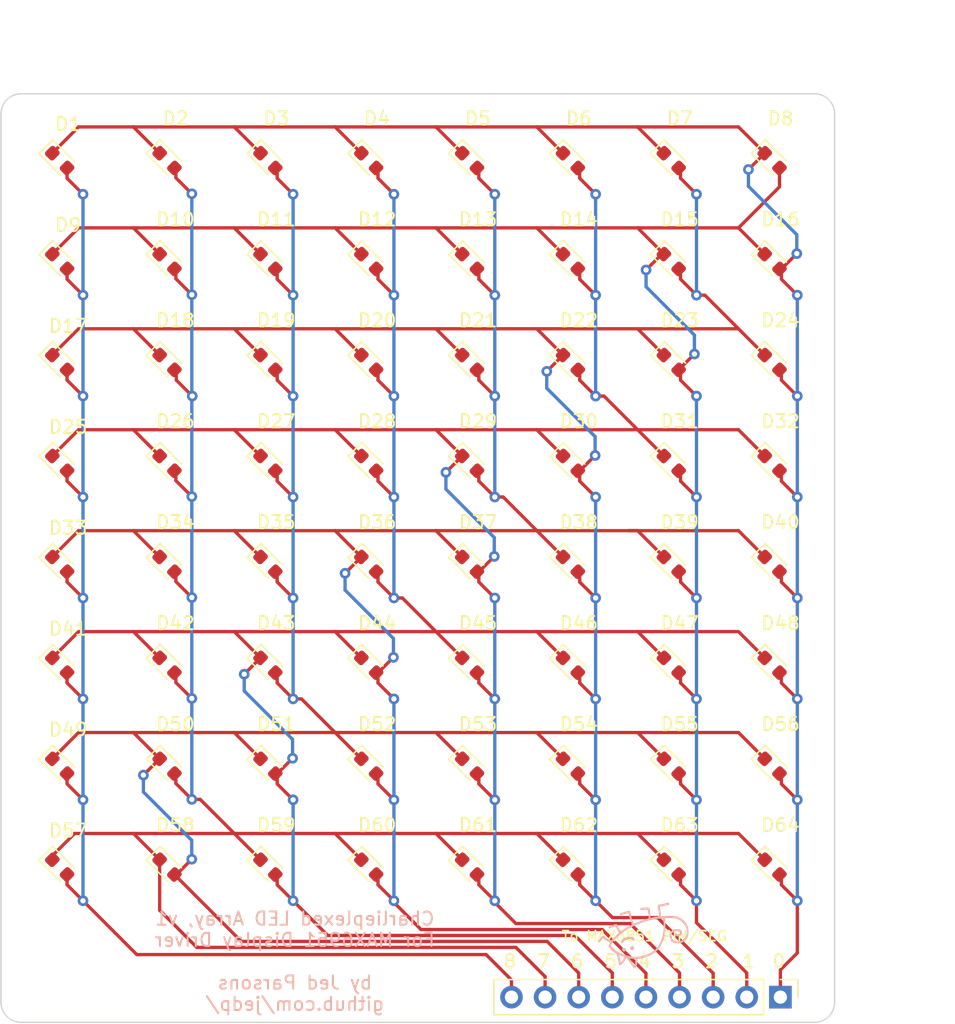
<source format=kicad_pcb>
(kicad_pcb (version 20211014) (generator pcbnew)
  (layers (0 "F.Cu" signal) (31 "B.Cu" signal) (34 "B.Paste" user) (35 "F.Paste" user) (36 "B.SilkS" user "B.Silkscreen") (37 "F.SilkS" user "F.Silkscreen") (38 "B.Mask" user) (39 "F.Mask" user) (44 "Edge.Cuts" user))
  (net 0 "")
  (net 1 "SEG8")
  (net 2 "CC2")
  (net 3 "CC1")
  (net 4 "CC0")
  (net 5 "CC7")
  (net 6 "CC6")
  (net 7 "CC4")
  (net 8 "CC3")
  (net 9 "CC5")
  (footprint "LED_SMD:LED_0603_1608Metric" (layer "F.Cu") (at 160.882898 92.419898 -45)
    (fp_text reference "D30")
    (fp_text value "LED_Small" hide)
  )
  (footprint "LED_SMD:LED_0603_1608Metric" (layer "F.Cu") (at 138.022898 92.419898 -45)
    (fp_text reference "D27")
    (fp_text value "LED_Small" hide)
  )
  (footprint "LED_SMD:LED_0603_1608Metric" (layer "F.Cu") (at 145.642898 84.799898 -45)
    (fp_text reference "D20")
    (fp_text value "LED_Small" hide)
  )
  (footprint "LED_SMD:LED_0603_1608Metric" (layer "F.Cu") (at 145.642898 122.899898 -45)
    (fp_text reference "D60")
    (fp_text value "LED_Small" hide)
  )
  (footprint "LED_SMD:LED_0603_1608Metric" (layer "F.Cu") (at 122.29171 100.039898 -45)
    (fp_text reference "D33")
    (fp_text value "LED_Small" hide)
  )
  (footprint "LED_SMD:LED_0603_1608Metric" (layer "F.Cu") (at 160.882898 84.799898 -45)
    (fp_text reference "D22")
    (fp_text value "LED_Small" hide)
  )
  (footprint "LED_SMD:LED_0603_1608Metric" (layer "F.Cu") (at 138.022898 115.279898 -45)
    (fp_text reference "D51")
    (fp_text value "LED_Small" hide)
  )
  (footprint "LED_SMD:LED_0603_1608Metric" (layer "F.Cu") (at 176.122898 84.799898 -45)
    (fp_text reference "D24")
    (fp_text value "LED_Small" hide)
  )
  (footprint "LED_SMD:LED_0603_1608Metric" (layer "F.Cu") (at 138.022898 122.899898 -45)
    (fp_text reference "D59")
    (fp_text value "LED_Small" hide)
  )
  (footprint "LED_SMD:LED_0603_1608Metric" (layer "F.Cu") (at 145.642898 92.419898 -45)
    (fp_text reference "D28")
    (fp_text value "LED_Small" hide)
  )
  (footprint "LED_SMD:LED_0603_1608Metric" (layer "F.Cu") (at 153.262898 77.179898 -45)
    (fp_text reference "D13")
    (fp_text value "LED_Small" hide)
  )
  (footprint "LED_SMD:LED_0603_1608Metric" (layer "F.Cu") (at 153.262898 84.799898 -45)
    (fp_text reference "D21")
    (fp_text value "LED_Small" hide)
  )
  (footprint "LED_SMD:LED_0603_1608Metric" (layer "F.Cu") (at 122.29171 77.179898 -45)
    (fp_text reference "D9")
    (fp_text value "LED_Small" hide)
  )
  (footprint "LED_SMD:LED_0603_1608Metric" (layer "F.Cu") (at 130.402898 107.659898 -45)
    (fp_text reference "D42")
    (fp_text value "LED_Small" hide)
  )
  (footprint "LED_SMD:LED_0603_1608Metric" (layer "F.Cu") (at 130.402898 100.039898 -45)
    (fp_text reference "D34")
    (fp_text value "LED_Small" hide)
  )
  (footprint "LED_SMD:LED_0603_1608Metric" (layer "F.Cu") (at 168.502898 107.659898 -45)
    (fp_text reference "D47")
    (fp_text value "LED_Small" hide)
  )
  (footprint "LED_SMD:LED_0603_1608Metric" (layer "F.Cu") (at 168.502898 92.419898 -45)
    (fp_text reference "D31")
    (fp_text value "LED_Small" hide)
  )
  (footprint "LED_SMD:LED_0603_1608Metric" (layer "F.Cu") (at 160.882898 115.279898 -45)
    (fp_text reference "D54")
    (fp_text value "LED_Small" hide)
  )
  (footprint "LED_SMD:LED_0603_1608Metric" (layer "F.Cu") (at 122.29171 92.419898 -45)
    (fp_text reference "D25")
    (fp_text value "LED_Small" hide)
  )
  (footprint "LED_SMD:LED_0603_1608Metric" (layer "F.Cu") (at 122.29171 107.659898 -45)
    (fp_text reference "D41")
    (fp_text value "LED_Small" hide)
  )
  (footprint "LED_SMD:LED_0603_1608Metric" (layer "F.Cu") (at 122.29171 69.559898 -45)
    (fp_text reference "D1")
    (fp_text value "LED_Small" hide)
  )
  (footprint "LED_SMD:LED_0603_1608Metric" (layer "F.Cu") (at 153.262898 92.419898 -45)
    (fp_text reference "D29")
    (fp_text value "LED_Small" hide)
  )
  (footprint "LED_SMD:LED_0603_1608Metric" (layer "F.Cu") (at 145.642898 115.279898 -45)
    (fp_text reference "D52")
    (fp_text value "LED_Small" hide)
  )
  (footprint "LED_SMD:LED_0603_1608Metric" (layer "F.Cu") (at 160.882898 100.039898 -45)
    (fp_text reference "D38")
    (fp_text value "LED_Small" hide)
  )
  (footprint "LED_SMD:LED_0603_1608Metric" (layer "F.Cu") (at 153.262898 69.559898 -45)
    (fp_text reference "D5")
    (fp_text value "LED_Small" hide)
  )
  (footprint "LED_SMD:LED_0603_1608Metric" (layer "F.Cu") (at 176.122898 92.419898 -45)
    (fp_text reference "D32")
    (fp_text value "LED_Small" hide)
  )
  (footprint "LED_SMD:LED_0603_1608Metric" (layer "F.Cu") (at 130.402898 84.799898 -45)
    (fp_text reference "D18")
    (fp_text value "LED_Small" hide)
  )
  (footprint "LED_SMD:LED_0603_1608Metric" (layer "F.Cu") (at 168.502898 115.279898 -45)
    (fp_text reference "D55")
    (fp_text value "LED_Small" hide)
  )
  (footprint "LED_SMD:LED_0603_1608Metric" (layer "F.Cu") (at 145.642898 100.039898 -45)
    (fp_text reference "D36")
    (fp_text value "LED_Small" hide)
  )
  (footprint "LED_SMD:LED_0603_1608Metric" (layer "F.Cu") (at 138.022898 69.559898 -45)
    (fp_text reference "D3")
    (fp_text value "LED_Small" hide)
  )
  (footprint "LED_SMD:LED_0603_1608Metric" (layer "F.Cu") (at 176.122898 115.279898 -45)
    (fp_text reference "D56")
    (fp_text value "LED_Small" hide)
  )
  (footprint "LED_SMD:LED_0603_1608Metric" (layer "F.Cu") (at 168.502898 77.179898 -45)
    (fp_text reference "D15")
    (fp_text value "LED_Small" hide)
  )
  (footprint "LED_SMD:LED_0603_1608Metric" (layer "F.Cu") (at 138.022898 100.039898 -45)
    (fp_text reference "D35")
    (fp_text value "LED_Small" hide)
  )
  (footprint "LED_SMD:LED_0603_1608Metric" (layer "F.Cu") (at 138.022898 84.799898 -45)
    (fp_text reference "D19")
    (fp_text value "LED_Small" hide)
  )
  (footprint "LED_SMD:LED_0603_1608Metric" (layer "F.Cu") (at 145.642898 77.179898 -45)
    (fp_text reference "D12")
    (fp_text value "LED_Small" hide)
  )
  (footprint "LED_SMD:LED_0603_1608Metric" (layer "F.Cu") (at 160.882898 122.899898 -45)
    (fp_text reference "D62")
    (fp_text value "LED_Small" hide)
  )
  (footprint "LED_SMD:LED_0603_1608Metric" (layer "F.Cu") (at 176.122898 122.899898 -45)
    (fp_text reference "D64")
    (fp_text value "LED_Small" hide)
  )
  (footprint "LED_SMD:LED_0603_1608Metric" (layer "F.Cu") (at 176.122898 77.179898 -45)
    (fp_text reference "D16")
    (fp_text value "LED_Small" hide)
  )
  (footprint "LED_SMD:LED_0603_1608Metric" (layer "F.Cu") (at 130.402898 92.419898 -45)
    (fp_text reference "D26")
    (fp_text value "LED_Small" hide)
  )
  (footprint "LED_SMD:LED_0603_1608Metric" (layer "F.Cu") (at 153.262898 115.279898 -45)
    (fp_text reference "D53")
    (fp_text value "LED_Small" hide)
  )
  (footprint "LED_SMD:LED_0603_1608Metric" (layer "F.Cu") (at 160.882898 77.179898 -45)
    (fp_text reference "D14")
    (fp_text value "LED_Small" hide)
  )
  (footprint "LED_SMD:LED_0603_1608Metric" (layer "F.Cu") (at 153.262898 107.659898 -45)
    (fp_text reference "D45")
    (fp_text value "LED_Small" hide)
  )
  (footprint "LED_SMD:LED_0603_1608Metric" (layer "F.Cu") (at 122.29171 115.279898 -45)
    (fp_text reference "D49")
    (fp_text value "LED_Small" hide)
  )
  (footprint "LED_SMD:LED_0603_1608Metric" (layer "F.Cu") (at 130.402898 122.899898 -45)
    (fp_text reference "D58")
    (fp_text value "LED_Small" hide)
  )
  (footprint "LED_SMD:LED_0603_1608Metric" (layer "F.Cu") (at 176.122898 107.659898 -45)
    (fp_text reference "D48")
    (fp_text value "LED_Small" hide)
  )
  (footprint "LED_SMD:LED_0603_1608Metric" (layer "F.Cu") (at 168.502898 69.559898 -45)
    (fp_text reference "D7")
    (fp_text value "LED_Small" hide)
  )
  (footprint "LED_SMD:LED_0603_1608Metric" (layer "F.Cu") (at 130.402898 69.559898 -45)
    (fp_text reference "D2")
    (fp_text value "LED_Small" hide)
  )
  (footprint "LED_SMD:LED_0603_1608Metric" (layer "F.Cu") (at 160.882898 107.659898 -45)
    (fp_text reference "D46")
    (fp_text value "LED_Small" hide)
  )
  (footprint "LED_SMD:LED_0603_1608Metric" (layer "F.Cu") (at 138.022898 107.659898 -45)
    (fp_text reference "D43")
    (fp_text value "LED_Small" hide)
  )
  (footprint "LED_SMD:LED_0603_1608Metric" (layer "F.Cu") (at 130.402898 115.279898 -45)
    (fp_text reference "D50")
    (fp_text value "LED_Small" hide)
  )
  (footprint "LED_SMD:LED_0603_1608Metric" (layer "F.Cu") (at 160.882898 69.559898 -45)
    (fp_text reference "D6")
    (fp_text value "LED_Small" hide)
  )
  (footprint "LED_SMD:LED_0603_1608Metric" (layer "F.Cu") (at 176.122898 69.559898 -45)
    (fp_text reference "D8")
    (fp_text value "LED_Small" hide)
  )
  (footprint "LED_SMD:LED_0603_1608Metric" (layer "F.Cu") (at 168.502898 122.899898 -45)
    (fp_text reference "D63")
    (fp_text value "LED_Small" hide)
  )
  (footprint "LED_SMD:LED_0603_1608Metric" (layer "F.Cu") (at 168.502898 84.799898 -45)
    (fp_text reference "D23")
    (fp_text value "LED_Small" hide)
  )
  (footprint "Connector_PinHeader_2.54mm:PinHeader_1x09_P2.54mm_Vertical" (layer "F.Cu") (at 176.747898 132.715 -90)
    (fp_text reference "J1" hide)
    (fp_text value "Conn_01x09_Female")
  )
  (footprint "LED_SMD:LED_0603_1608Metric" (layer "F.Cu") (at 153.262898 122.899898 -45)
    (fp_text reference "D61")
    (fp_text value "LED_Small" hide)
  )
  (footprint "LED_SMD:LED_0603_1608Metric" (layer "F.Cu") (at 130.402898 77.179898 -45)
    (fp_text reference "D10")
    (fp_text value "LED_Small" hide)
  )
  (footprint "LED_SMD:LED_0603_1608Metric" (layer "F.Cu") (at 145.642898 69.559898 -45)
    (fp_text reference "D4")
    (fp_text value "LED_Small" hide)
  )
  (footprint "LED_SMD:LED_0603_1608Metric" (layer "F.Cu") (at 122.29171 84.799898 -45)
    (fp_text reference "D17")
    (fp_text value "LED_Small" hide)
  )
  (footprint "LED_SMD:LED_0603_1608Metric" (layer "F.Cu") (at 153.262898 100.039898 -45)
    (fp_text reference "D37")
    (fp_text value "LED_Small" hide)
  )
  (footprint "LED_SMD:LED_0603_1608Metric" (layer "F.Cu") (at 122.29171 122.899898 -45)
    (fp_text reference "D57")
    (fp_text value "LED_Small" hide)
  )
  (footprint "LED_SMD:LED_0603_1608Metric" (layer "F.Cu") (at 168.502898 100.039898 -45)
    (fp_text reference "D39")
    (fp_text value "LED_Small" hide)
  )
  (footprint "LED_SMD:LED_0603_1608Metric" (layer "F.Cu") (at 176.122898 100.039898 -45)
    (fp_text reference "D40")
    (fp_text value "LED_Small" hide)
  )
  (footprint "LED_SMD:LED_0603_1608Metric" (layer "F.Cu") (at 145.642898 107.659898 -45)
    (fp_text reference "D44")
    (fp_text value "LED_Small" hide)
  )
  (footprint "LED_SMD:LED_0603_1608Metric" (layer "F.Cu") (at 138.022898 77.179898 -45)
    (fp_text reference "D11")
    (fp_text value "LED_Small" hide)
  )
  (footprint "LOGO" (layer "B.Cu") (at 166.470898 127.979898)
    (fp_text reference "G***" hide)
    (fp_text value "LOGO" hide)
  )
  (gr_line (start 119.38 64.516) (end 179.324 64.516) (layer "Edge.Cuts") (width 0.1))
  (gr_arc (start 117.856 66.04) (mid 118.302369 64.962369) (end 119.38 64.516) (layer "Edge.Cuts") (width 0.1))
  (gr_arc (start 180.848 133.096) (mid 180.401631 134.173631) (end 179.324 134.62) (layer "Edge.Cuts") (width 0.1))
  (gr_line (start 117.856 133.096) (end 117.856 66.04) (layer "Edge.Cuts") (width 0.1))
  (gr_arc (start 119.38 134.62) (mid 118.302369 134.173631) (end 117.856 133.096) (layer "Edge.Cuts") (width 0.1))
  (gr_line (start 179.324 134.62) (end 119.38 134.62) (layer "Edge.Cuts") (width 0.1))
  (gr_arc (start 179.324 64.516) (mid 180.401631 64.962369) (end 180.848 66.04) (layer "Edge.Cuts") (width 0.1))
  (gr_line (start 180.848 66.04) (end 180.848 133.096) (layer "Edge.Cuts") (width 0.1))
  (gr_text "Charlieplexed LED Array, v1\nFor MAX6951 Display Driver\n\nby Jed Parsons\ngithub.com/jedp/" (at 140.054898 130.011898) (layer "B.SilkS") (effects (font (size 1 1)) (justify mirror)))
  (gr_text "7" (at 158.850898 130.011898) (layer "F.SilkS") (effects (font (size 1 1))))
  (gr_text "2" (at 171.550898 130.011898) (layer "F.SilkS") (effects (font (size 1 1))))
  (gr_text "To MAX6851 PIN/SEG" (at 166.470898 128.106898) (layer "F.SilkS") (effects (font (size 0.762 0.762) (thickness 0.127))))
  (gr_text "3" (at 169.010898 130.011898) (layer "F.SilkS") (effects (font (size 1 1))))
  (gr_text "5" (at 163.930898 130.011898) (layer "F.SilkS") (effects (font (size 1 1))))
  (gr_text "1" (at 174.344898 130.011898) (layer "F.SilkS") (effects (font (size 1 1))))
  (gr_text "0" (at 176.630898 130.011898) (layer "F.SilkS") (effects (font (size 1 1))))
  (gr_text "4" (at 166.470898 130.011898) (layer "F.SilkS") (effects (font (size 1 1))))
  (gr_text "6" (at 161.390898 130.011898) (layer "F.SilkS") (effects (font (size 1 1))))
  (gr_text "8" (at 156.310898 130.011898) (layer "F.SilkS") (effects (font (size 1 1))))
  (segment (start 122.848557 77.736745) (end 122.848557 78.515557) (width 0.25) (layer "F.Cu") (net 1))
  (segment (start 122.848557 70.895557) (end 124.052898 72.099898) (width 0.25) (layer "F.Cu") (net 1))
  (segment (start 122.848557 108.995557) (end 124.052898 110.199898) (width 0.25) (layer "F.Cu") (net 1))
  (segment (start 156.427898 131.418898) (end 154.512898 129.503898) (width 0.25) (layer "F.Cu") (net 1))
  (segment (start 122.848557 100.596745) (end 122.848557 101.375557) (width 0.25) (layer "F.Cu") (net 1))
  (segment (start 122.848557 123.456745) (end 122.848557 124.235557) (width 0.25) (layer "F.Cu") (net 1))
  (segment (start 122.848557 108.216745) (end 122.848557 108.995557) (width 0.25) (layer "F.Cu") (net 1))
  (segment (start 156.427898 131.418898) (end 156.427898 132.715) (width 0.25) (layer "F.Cu") (net 1))
  (segment (start 122.848557 70.116745) (end 122.848557 70.895557) (width 0.25) (layer "F.Cu") (net 1))
  (segment (start 122.848557 116.615557) (end 124.052898 117.819898) (width 0.25) (layer "F.Cu") (net 1))
  (segment (start 122.848557 78.515557) (end 124.052898 79.719898) (width 0.25) (layer "F.Cu") (net 1))
  (segment (start 154.512898 129.503898) (end 128.116898 129.503898) (width 0.25) (layer "F.Cu") (net 1))
  (segment (start 122.848557 86.135557) (end 124.052898 87.339898) (width 0.25) (layer "F.Cu") (net 1))
  (segment (start 122.848557 115.622933) (end 122.848557 116.615557) (width 0.25) (layer "F.Cu") (net 1))
  (segment (start 122.848557 124.235557) (end 124.052898 125.439898) (width 0.25) (layer "F.Cu") (net 1))
  (segment (start 122.848557 92.976745) (end 122.848557 93.755557) (width 0.25) (layer "F.Cu") (net 1))
  (segment (start 122.848557 85.356745) (end 122.848557 86.135557) (width 0.25) (layer "F.Cu") (net 1))
  (segment (start 128.116898 129.503898) (end 124.052898 125.439898) (width 0.25) (layer "F.Cu") (net 1))
  (segment (start 122.848557 101.375557) (end 124.052898 102.579898) (width 0.25) (layer "F.Cu") (net 1))
  (segment (start 122.848557 93.755557) (end 124.052898 94.959898) (width 0.25) (layer "F.Cu") (net 1))
  (via (at 124.052898 72.099898) (size 0.8) (drill 0.4) (layers "F.Cu" "B.Cu") (net 1))
  (via (at 124.052898 125.439898) (size 0.8) (drill 0.4) (layers "F.Cu" "B.Cu") (net 1))
  (via (at 124.052898 117.819898) (size 0.8) (drill 0.4) (layers "F.Cu" "B.Cu") (net 1))
  (via (at 124.052898 87.339898) (size 0.8) (drill 0.4) (layers "F.Cu" "B.Cu") (net 1))
  (via (at 124.052898 79.719898) (size 0.8) (drill 0.4) (layers "F.Cu" "B.Cu") (net 1))
  (via (at 124.052898 94.959898) (size 0.8) (drill 0.4) (layers "F.Cu" "B.Cu") (net 1))
  (via (at 124.052898 102.579898) (size 0.8) (drill 0.4) (layers "F.Cu" "B.Cu") (net 1))
  (via (at 124.052898 110.199898) (size 0.8) (drill 0.4) (layers "F.Cu" "B.Cu") (net 1))
  (segment (start 124.052898 117.819898) (end 124.052898 125.439898) (width 0.25) (layer "B.Cu") (net 1))
  (segment (start 124.052898 102.579898) (end 124.052898 110.199898) (width 0.25) (layer "B.Cu") (net 1))
  (segment (start 124.052898 110.199898) (end 124.052898 117.819898) (width 0.25) (layer "B.Cu") (net 1))
  (segment (start 124.052898 72.099898) (end 124.052898 79.719898) (width 0.25) (layer "B.Cu") (net 1))
  (segment (start 124.052898 94.959898) (end 124.052898 102.579898) (width 0.25) (layer "B.Cu") (net 1))
  (segment (start 124.052898 79.719898) (end 124.052898 94.959898) (width 0.25) (layer "B.Cu") (net 1))
  (segment (start 169.203557 78.515557) (end 170.407898 79.719898) (width 0.25) (layer "F.Cu") (net 2))
  (segment (start 161.583557 116.615557) (end 162.787898 117.819898) (width 0.25) (layer "F.Cu") (net 2))
  (segment (start 127.862898 82.259898) (end 135.482898 82.259898) (width 0.25) (layer "F.Cu") (net 2))
  (segment (start 150.722898 82.259898) (end 152.706051 84.243051) (width 0.25) (layer "F.Cu") (net 2))
  (segment (start 169.203557 77.736745) (end 169.203557 78.515557) (width 0.25) (layer "F.Cu") (net 2))
  (segment (start 171.667898 130.910898) (end 171.667898 132.715) (width 0.25) (layer "F.Cu") (net 2))
  (segment (start 169.203557 70.116745) (end 169.203557 70.895557) (width 0.25) (layer "F.Cu") (net 2))
  (segment (start 161.583557 108.216745) (end 161.583557 108.995557) (width 0.25) (layer "F.Cu") (net 2))
  (segment (start 150.722898 82.259898) (end 158.342898 82.259898) (width 0.25) (layer "F.Cu") (net 2))
  (segment (start 127.862898 82.259898) (end 129.846051 84.243051) (width 0.25) (layer "F.Cu") (net 2))
  (segment (start 165.962898 82.259898) (end 167.946051 84.243051) (width 0.25) (layer "F.Cu") (net 2))
  (segment (start 161.583557 123.456745) (end 161.583557 124.235557) (width 0.25) (layer "F.Cu") (net 2))
  (segment (start 171.042898 79.719898) (end 170.407898 79.719898) (width 0.25) (layer "F.Cu") (net 2))
  (segment (start 160.286974 84.282127) (end 159.095127 85.473974) (width 0.25) (layer "F.Cu") (net 2))
  (segment (start 161.583557 108.995557) (end 162.787898 110.199898) (width 0.25) (layer "F.Cu") (net 2))
  (segment (start 169.203557 70.895557) (end 170.407898 72.099898) (width 0.25) (layer "F.Cu") (net 2))
  (segment (start 161.583557 92.976745) (end 161.583557 93.755557) (width 0.25) (layer "F.Cu") (net 2))
  (segment (start 135.482898 82.259898) (end 137.466051 84.243051) (width 0.25) (layer "F.Cu") (net 2))
  (segment (start 161.583557 101.375557) (end 162.787898 102.579898) (width 0.25) (layer "F.Cu") (net 2))
  (segment (start 173.582898 82.259898) (end 175.566051 84.243051) (width 0.25) (layer "F.Cu") (net 2))
  (segment (start 161.583557 100.596745) (end 161.583557 101.375557) (width 0.25) (layer "F.Cu") (net 2))
  (segment (start 161.583557 93.755557) (end 162.787898 94.959898) (width 0.25) (layer "F.Cu") (net 2))
  (segment (start 161.583557 115.622933) (end 161.583557 116.615557) (width 0.25) (layer "F.Cu") (net 2))
  (segment (start 135.482898 82.259898) (end 143.102898 82.259898) (width 0.25) (layer "F.Cu") (net 2))
  (segment (start 158.342898 82.259898) (end 165.962898 82.259898) (width 0.25) (layer "F.Cu") (net 2))
  (segment (start 167.466898 126.709898) (end 164.057898 126.709898) (width 0.25) (layer "F.Cu") (net 2))
  (segment (start 161.583557 124.235557) (end 162.787898 125.439898) (width 0.25) (layer "F.Cu") (net 2))
  (segment (start 173.582898 82.259898) (end 171.042898 79.719898) (width 0.25) (layer "F.Cu") (net 2))
  (segment (start 161.556974 93.015821) (end 162.748821 91.823974) (width 0.25) (layer "F.Cu") (net 2))
  (segment (start 165.962898 82.259898) (end 173.582898 82.259898) (width 0.25) (layer "F.Cu") (net 2))
  (segment (start 143.102898 82.259898) (end 145.086051 84.243051) (width 0.25) (layer "F.Cu") (net 2))
  (segment (start 121.734863 84.243051) (end 123.718016 82.259898) (width 0.25) (layer "F.Cu") (net 2))
  (segment (start 123.718016 82.259898) (end 127.862898 82.259898) (width 0.25) (layer "F.Cu") (net 2))
  (segment (start 171.667898 130.910898) (end 167.466898 126.709898) (width 0.25) (layer "F.Cu") (net 2))
  (segment (start 158.342898 82.259898) (end 160.326051 84.243051) (width 0.25) (layer "F.Cu") (net 2))
  (segment (start 143.102898 82.259898) (end 150.722898 82.259898) (width 0.25) (layer "F.Cu") (net 2))
  (segment (start 164.057898 126.709898) (end 162.787898 125.439898) (width 0.25) (layer "F.Cu") (net 2))
  (via (at 162.787898 117.819898) (size 0.8) (drill 0.4) (layers "F.Cu" "B.Cu") (net 2))
  (via (at 162.787898 94.959898) (size 0.8) (drill 0.4) (layers "F.Cu" "B.Cu") (net 2))
  (via (at 159.095127 85.473974) (size 0.8) (drill 0.4) (layers "F.Cu" "B.Cu") (net 2))
  (via (at 162.787898 102.579898) (size 0.8) (drill 0.4) (layers "F.Cu" "B.Cu") (net 2))
  (via (at 162.787898 110.199898) (size 0.8) (drill 0.4) (layers "F.Cu" "B.Cu") (net 2))
  (via (at 162.787898 125.439898) (size 0.8) (drill 0.4) (layers "F.Cu" "B.Cu") (net 2))
  (via (at 162.748821 91.823974) (size 0.8) (drill 0.4) (layers "F.Cu" "B.Cu") (net 2))
  (via (at 170.407898 79.719898) (size 0.8) (drill 0.4) (layers "F.Cu" "B.Cu") (net 2))
  (via (at 170.407898 72.099898) (size 0.8) (drill 0.4) (layers "F.Cu" "B.Cu") (net 2))
  (segment (start 170.407898 72.099898) (end 170.407898 79.719898) (width 0.25) (layer "B.Cu") (net 2))
  (segment (start 159.095127 86.743974) (end 159.095127 85.473974) (width 0.25) (layer "B.Cu") (net 2))
  (segment (start 162.748821 91.823974) (end 162.748821 90.397668) (width 0.25) (layer "B.Cu") (net 2))
  (segment (start 162.748821 90.397668) (end 159.095127 86.743974) (width 0.25) (layer "B.Cu") (net 2))
  (segment (start 162.787898 110.199898) (end 162.787898 117.819898) (width 0.25) (layer "B.Cu") (net 2))
  (segment (start 162.787898 117.819898) (end 162.787898 125.439898) (width 0.25) (layer "B.Cu") (net 2))
  (segment (start 162.787898 102.579898) (end 162.787898 110.199898) (width 0.25) (layer "B.Cu") (net 2))
  (segment (start 162.787898 94.959898) (end 162.787898 102.579898) (width 0.25) (layer "B.Cu") (net 2))
  (segment (start 127.862898 74.639898) (end 129.846051 76.623051) (width 0.25) (layer "F.Cu") (net 3))
  (segment (start 169.203557 115.622933) (end 169.203557 116.615557) (width 0.25) (layer "F.Cu") (net 3))
  (segment (start 169.203557 92.976745) (end 169.203557 93.755557) (width 0.25) (layer "F.Cu") (net 3))
  (segment (start 169.203557 108.216745) (end 169.203557 108.995557) (width 0.25) (layer "F.Cu") (net 3))
  (segment (start 169.059745 85.356745) (end 170.251592 84.164898) (width 0.25) (layer "F.Cu") (net 3))
  (segment (start 127.862898 74.639898) (end 135.482898 74.639898) (width 0.25) (layer "F.Cu") (net 3))
  (segment (start 158.342898 74.639898) (end 165.962898 74.639898) (width 0.25) (layer "F.Cu") (net 3))
  (segment (start 121.734863 76.623051) (end 123.718016 74.639898) (width 0.25) (layer "F.Cu") (net 3))
  (segment (start 169.203557 85.356745) (end 169.203557 86.135557) (width 0.25) (layer "F.Cu") (net 3))
  (segment (start 165.962898 74.639898) (end 167.946051 76.623051) (width 0.25) (layer "F.Cu") (net 3))
  (segment (start 169.203557 116.615557) (end 170.407898 117.819898) (width 0.25) (layer "F.Cu") (net 3))
  (segment (start 165.962898 74.639898) (end 173.582898 74.639898) (width 0.25) (layer "F.Cu") (net 3))
  (segment (start 174.207898 130.890898) (end 170.407898 127.090898) (width 0.25) (layer "F.Cu") (net 3))
  (segment (start 135.482898 74.639898) (end 137.466051 76.623051) (width 0.25) (layer "F.Cu") (net 3))
  (segment (start 169.203557 123.456745) (end 169.203557 124.235557) (width 0.25) (layer "F.Cu") (net 3))
  (segment (start 143.102898 74.639898) (end 145.086051 76.623051) (width 0.25) (layer "F.Cu") (net 3))
  (segment (start 143.102898 74.639898) (end 150.722898 74.639898) (width 0.25) (layer "F.Cu") (net 3))
  (segment (start 169.203557 101.375557) (end 170.407898 102.579898) (width 0.25) (layer "F.Cu") (net 3))
  (segment (start 173.582898 74.639898) (end 176.679745 71.543051) (width 0.25) (layer "F.Cu") (net 3))
  (segment (start 123.718016 74.639898) (end 127.862898 74.639898) (width 0.25) (layer "F.Cu") (net 3))
  (segment (start 150.722898 74.639898) (end 158.342898 74.639898) (width 0.25) (layer "F.Cu") (net 3))
  (segment (start 176.679745 71.543051) (end 176.679745 70.116745) (width 0.25) (layer "F.Cu") (net 3))
  (segment (start 167.946051 76.623051) (end 167.789745 76.623051) (width 0.25) (layer "F.Cu") (net 3))
  (segment (start 173.582898 74.639898) (end 175.566051 76.623051) (width 0.25) (layer "F.Cu") (net 3))
  (segment (start 170.407898 127.090898) (end 170.407898 125.439898) (width 0.25) (layer "F.Cu") (net 3))
  (segment (start 150.722898 74.639898) (end 152.706051 76.623051) (width 0.25) (layer "F.Cu") (net 3))
  (segment (start 169.203557 124.235557) (end 170.407898 125.439898) (width 0.25) (layer "F.Cu") (net 3))
  (segment (start 158.342898 74.639898) (end 160.326051 76.623051) (width 0.25) (layer "F.Cu") (net 3))
  (segment (start 169.203557 93.755557) (end 170.407898 94.959898) (width 0.25) (layer "F.Cu") (net 3))
  (segment (start 174.207898 130.890898) (end 174.207898 132.715) (width 0.25) (layer "F.Cu") (net 3))
  (segment (start 169.203557 108.995557) (end 170.407898 110.199898) (width 0.25) (layer "F.Cu") (net 3))
  (segment (start 167.789745 76.623051) (end 166.597898 77.814898) (width 0.25) (layer "F.Cu") (net 3))
  (segment (start 135.482898 74.639898) (end 143.102898 74.639898) (width 0.25) (layer "F.Cu") (net 3))
  (segment (start 169.203557 86.135557) (end 170.407898 87.339898) (width 0.25) (layer "F.Cu") (net 3))
  (segment (start 169.203557 100.596745) (end 169.203557 101.375557) (width 0.25) (layer "F.Cu") (net 3))
  (via (at 170.407898 125.439898) (size 0.8) (drill 0.4) (layers "F.Cu" "B.Cu") (net 3))
  (via (at 170.407898 102.579898) (size 0.8) (drill 0.4) (layers "F.Cu" "B.Cu") (net 3))
  (via (at 170.407898 94.959898) (size 0.8) (drill 0.4) (layers "F.Cu" "B.Cu") (net 3))
  (via (at 170.407898 117.819898) (size 0.8) (drill 0.4) (layers "F.Cu" "B.Cu") (net 3))
  (via (at 170.407898 87.339898) (size 0.8) (drill 0.4) (layers "F.Cu" "B.Cu") (net 3))
  (via (at 170.407898 110.199898) (size 0.8) (drill 0.4) (layers "F.Cu" "B.Cu") (net 3))
  (via (at 166.597898 77.814898) (size 0.8) (drill 0.4) (layers "F.Cu" "B.Cu") (net 3))
  (via (at 170.251592 84.164898) (size 0.8) (drill 0.4) (layers "F.Cu" "B.Cu") (net 3))
  (segment (start 170.407898 94.959898) (end 170.407898 102.579898) (width 0.25) (layer "B.Cu") (net 3))
  (segment (start 170.407898 110.199898) (end 170.407898 117.819898) (width 0.25) (layer "B.Cu") (net 3))
  (segment (start 170.251592 84.164898) (end 170.251592 82.738592) (width 0.25) (layer "B.Cu") (net 3))
  (segment (start 170.407898 87.339898) (end 170.407898 94.959898) (width 0.25) (layer "B.Cu") (net 3))
  (segment (start 170.407898 102.579898) (end 170.407898 110.199898) (width 0.25) (layer "B.Cu") (net 3))
  (segment (start 170.251592 82.738592) (end 166.597898 79.084898) (width 0.25) (layer "B.Cu") (net 3))
  (segment (start 170.407898 117.819898) (end 170.407898 125.439898) (width 0.25) (layer "B.Cu") (net 3))
  (segment (start 166.597898 79.084898) (end 166.597898 77.814898) (width 0.25) (layer "B.Cu") (net 3))
  (segment (start 158.342898 67.019898) (end 160.326051 69.003051) (width 0.25) (layer "F.Cu") (net 4))
  (segment (start 173.582898 67.019898) (end 175.566051 69.003051) (width 0.25) (layer "F.Cu") (net 4))
  (segment (start 121.734863 69.003051) (end 123.718016 67.019898) (width 0.25) (layer "F.Cu") (net 4))
  (segment (start 135.482898 67.019898) (end 143.102898 67.019898) (width 0.25) (layer "F.Cu") (net 4))
  (segment (start 176.747898 130.656898) (end 178.027898 129.376898) (width 0.25) (layer "F.Cu") (net 4))
  (segment (start 158.342898 67.019898) (end 165.962898 67.019898) (width 0.25) (layer "F.Cu") (net 4))
  (segment (start 176.823557 124.235557) (end 178.027898 125.439898) (width 0.25) (layer "F.Cu") (net 4))
  (segment (start 165.962898 67.019898) (end 173.582898 67.019898) (width 0.25) (layer "F.Cu") (net 4))
  (segment (start 123.718016 67.019898) (end 127.862898 67.019898) (width 0.25) (layer "F.Cu") (net 4))
  (segment (start 176.823557 108.995557) (end 178.027898 110.199898) (width 0.25) (layer "F.Cu") (net 4))
  (segment (start 176.823557 77.736745) (end 176.823557 78.515557) (width 0.25) (layer "F.Cu") (net 4))
  (segment (start 176.823557 115.622933) (end 176.823557 116.615557) (width 0.25) (layer "F.Cu") (net 4))
  (segment (start 176.747898 130.656898) (end 176.747898 132.715) (width 0.25) (layer "F.Cu") (net 4))
  (segment (start 150.722898 67.019898) (end 158.342898 67.019898) (width 0.25) (layer "F.Cu") (net 4))
  (segment (start 176.796974 77.775821) (end 177.988821 76.583974) (width 0.25) (layer "F.Cu") (net 4))
  (segment (start 176.823557 116.615557) (end 178.027898 117.819898) (width 0.25) (layer "F.Cu") (net 4))
  (segment (start 176.823557 85.356745) (end 176.823557 86.135557) (width 0.25) (layer "F.Cu") (net 4))
  (segment (start 176.823557 86.135557) (end 178.027898 87.339898) (width 0.25) (layer "F.Cu") (net 4))
  (segment (start 176.823557 123.456745) (end 176.823557 124.235557) (width 0.25) (layer "F.Cu") (net 4))
  (segment (start 143.102898 67.019898) (end 145.086051 69.003051) (width 0.25) (layer "F.Cu") (net 4))
  (segment (start 176.823557 92.976745) (end 176.823557 93.755557) (width 0.25) (layer "F.Cu") (net 4))
  (segment (start 178.027898 129.376898) (end 178.027898 125.439898) (width 0.25) (layer "F.Cu") (net 4))
  (segment (start 143.102898 67.019898) (end 150.722898 67.019898) (width 0.25) (layer "F.Cu") (net 4))
  (segment (start 176.823557 108.216745) (end 176.823557 108.995557) (width 0.25) (layer "F.Cu") (net 4))
  (segment (start 175.526974 69.042127) (end 174.335127 70.233974) (width 0.25) (layer "F.Cu") (net 4))
  (segment (start 127.862898 67.019898) (end 129.846051 69.003051) (width 0.25) (layer "F.Cu") (net 4))
  (segment (start 176.823557 78.515557) (end 178.027898 79.719898) (width 0.25) (layer "F.Cu") (net 4))
  (segment (start 150.722898 67.019898) (end 152.706051 69.003051) (width 0.25) (layer "F.Cu") (net 4))
  (segment (start 127.862898 67.019898) (end 135.482898 67.019898) (width 0.25) (layer "F.Cu") (net 4))
  (segment (start 176.823557 93.755557) (end 178.027898 94.959898) (width 0.25) (layer "F.Cu") (net 4))
  (segment (start 135.482898 67.019898) (end 137.466051 69.003051) (width 0.25) (layer "F.Cu") (net 4))
  (segment (start 176.823557 101.375557) (end 178.027898 102.579898) (width 0.25) (layer "F.Cu") (net 4))
  (segment (start 165.962898 67.019898) (end 167.946051 69.003051) (width 0.25) (layer "F.Cu") (net 4))
  (segment (start 176.823557 100.596745) (end 176.823557 101.375557) (width 0.25) (layer "F.Cu") (net 4))
  (via (at 178.027898 87.339898) (size 0.8) (drill 0.4) (layers "F.Cu" "B.Cu") (net 4))
  (via (at 178.027898 125.439898) (size 0.8) (drill 0.4) (layers "F.Cu" "B.Cu") (net 4))
  (via (at 178.027898 102.579898) (size 0.8) (drill 0.4) (layers "F.Cu" "B.Cu") (net 4))
  (via (at 178.027898 94.959898) (size 0.8) (drill 0.4) (layers "F.Cu" "B.Cu") (net 4))
  (via (at 178.027898 110.199898) (size 0.8) (drill 0.4) (layers "F.Cu" "B.Cu") (net 4))
  (via (at 178.027898 117.819898) (size 0.8) (drill 0.4) (layers "F.Cu" "B.Cu") (net 4))
  (via (at 174.335127 70.233974) (size 0.8) (drill 0.4) (layers "F.Cu" "B.Cu") (net 4))
  (via (at 177.988821 76.583974) (size 0.8) (drill 0.4) (layers "F.Cu" "B.Cu") (net 4))
  (via (at 178.027898 79.719898) (size 0.8) (drill 0.4) (layers "F.Cu" "B.Cu") (net 4))
  (segment (start 178.027898 94.959898) (end 178.027898 102.579898) (width 0.25) (layer "B.Cu") (net 4))
  (segment (start 178.027898 110.199898) (end 178.027898 117.819898) (width 0.25) (layer "B.Cu") (net 4))
  (segment (start 178.027898 79.719898) (end 178.027898 87.339898) (width 0.25) (layer "B.Cu") (net 4))
  (segment (start 178.027898 87.339898) (end 178.027898 94.959898) (width 0.25) (layer "B.Cu") (net 4))
  (segment (start 177.988821 76.583974) (end 177.988821 75.157668) (width 0.25) (layer "B.Cu") (net 4))
  (segment (start 177.988821 75.157668) (end 174.335127 71.503974) (width 0.25) (layer "B.Cu") (net 4))
  (segment (start 178.027898 117.819898) (end 178.027898 125.439898) (width 0.25) (layer "B.Cu") (net 4))
  (segment (start 174.335127 71.503974) (end 174.335127 70.233974) (width 0.25) (layer "B.Cu") (net 4))
  (segment (start 178.027898 102.579898) (end 178.027898 110.199898) (width 0.25) (layer "B.Cu") (net 4))
  (segment (start 135.482898 120.359898) (end 143.102898 120.359898) (width 0.25) (layer "F.Cu") (net 5))
  (segment (start 156.762898 128.959898) (end 132.652898 128.959898) (width 0.25) (layer "F.Cu") (net 5))
  (segment (start 143.102898 120.359898) (end 145.086051 122.343051) (width 0.25) (layer "F.Cu") (net 5))
  (segment (start 132.910068 117.787068) (end 132.275068 117.787068) (width 0.25) (layer "F.Cu") (net 5))
  (segment (start 158.342898 120.359898) (end 165.962898 120.359898) (width 0.25) (layer "F.Cu") (net 5))
  (segment (start 131.103557 85.356745) (end 131.103557 86.135557) (width 0.25) (layer "F.Cu") (net 5))
  (segment (start 131.070727 92.943915) (end 131.070727 93.722727) (width 0.25) (layer "F.Cu") (net 5))
  (segment (start 132.652898 128.959898) (end 129.846051 126.153051) (width 0.25) (layer "F.Cu") (net 5))
  (segment (start 131.070727 70.083915) (end 131.070727 70.862727) (width 0.25) (layer "F.Cu") (net 5))
  (segment (start 131.070727 115.590103) (end 131.070727 116.582727) (width 0.25) (layer "F.Cu") (net 5))
  (segment (start 131.103557 86.135557) (end 132.307898 87.339898) (width 0.25) (layer "F.Cu") (net 5))
  (segment (start 158.967898 131.164898) (end 158.967898 132.715) (width 0.25) (layer "F.Cu") (net 5))
  (segment (start 123.417898 120.359898) (end 127.862898 120.359898) (width 0.25) (layer "F.Cu") (net 5))
  (segment (start 158.342898 120.359898) (end 160.326051 122.343051) (width 0.25) (layer "F.Cu") (net 5))
  (segment (start 131.070727 93.722727) (end 132.275068 94.927068) (width 0.25) (layer "F.Cu") (net 5))
  (segment (start 131.070727 108.962727) (end 132.275068 110.167068) (width 0.25) (layer "F.Cu") (net 5))
  (segment (start 121.734863 122.042933) (end 123.417898 120.359898) (width 0.25) (layer "F.Cu") (net 5))
  (segment (start 131.070727 70.862727) (end 132.275068 72.067068) (width 0.25) (layer "F.Cu") (net 5))
  (segment (start 173.582898 120.359898) (end 175.566051 122.343051) (width 0.25) (layer "F.Cu") (net 5))
  (segment (start 158.967898 131.164898) (end 156.762898 128.959898) (width 0.25) (layer "F.Cu") (net 5))
  (segment (start 150.722898 120.359898) (end 158.342898 120.359898) (width 0.25) (layer "F.Cu") (net 5))
  (segment (start 127.862898 120.359898) (end 135.482898 120.359898) (width 0.25) (layer "F.Cu") (net 5))
  (segment (start 131.070727 116.582727) (end 132.275068 117.787068) (width 0.25) (layer "F.Cu") (net 5))
  (segment (start 131.070727 77.703915) (end 131.070727 78.482727) (width 0.25) (layer "F.Cu") (net 5))
  (segment (start 127.862898 120.359898) (end 129.846051 122.343051) (width 0.25) (layer "F.Cu") (net 5))
  (segment (start 135.482898 120.359898) (end 132.910068 117.787068) (width 0.25) (layer "F.Cu") (net 5))
  (segment (start 131.070727 108.183915) (end 131.070727 108.962727) (width 0.25) (layer "F.Cu") (net 5))
  (segment (start 135.482898 120.359898) (end 137.466051 122.343051) (width 0.25) (layer "F.Cu") (net 5))
  (segment (start 143.102898 120.359898) (end 150.722898 120.359898) (width 0.25) (layer "F.Cu") (net 5))
  (segment (start 165.962898 120.359898) (end 173.582898 120.359898) (width 0.25) (layer "F.Cu") (net 5))
  (segment (start 131.070727 78.482727) (end 132.275068 79.687068) (width 0.25) (layer "F.Cu") (net 5))
  (segment (start 131.070727 100.563915) (end 131.070727 101.342727) (width 0.25) (layer "F.Cu") (net 5))
  (segment (start 150.722898 120.359898) (end 152.706051 122.343051) (width 0.25) (layer "F.Cu") (net 5))
  (segment (start 121.734863 122.343051) (end 121.734863 122.042933) (width 0.25) (layer "F.Cu") (net 5))
  (segment (start 131.070727 101.342727) (end 132.275068 102.547068) (width 0.25) (layer "F.Cu") (net 5))
  (segment (start 129.846051 126.153051) (end 129.846051 122.343051) (width 0.25) (layer "F.Cu") (net 5))
  (segment (start 165.962898 120.359898) (end 167.946051 122.343051) (width 0.25) (layer "F.Cu") (net 5))
  (via (at 132.275068 102.547068) (size 0.8) (drill 0.4) (layers "F.Cu" "B.Cu") (net 5))
  (via (at 132.275068 110.167068) (size 0.8) (drill 0.4) (layers "F.Cu" "B.Cu") (net 5))
  (via (at 132.275068 94.927068) (size 0.8) (drill 0.4) (layers "F.Cu" "B.Cu") (net 5))
  (via (at 132.275068 72.067068) (size 0.8) (drill 0.4) (layers "F.Cu" "B.Cu") (net 5))
  (via (at 132.307898 87.339898) (size 0.8) (drill 0.4) (layers "F.Cu" "B.Cu") (net 5))
  (via (at 132.275068 79.687068) (size 0.8) (drill 0.4) (layers "F.Cu" "B.Cu") (net 5))
  (via (at 132.275068 117.787068) (size 0.8) (drill 0.4) (layers "F.Cu" "B.Cu") (net 5))
  (segment (start 132.275068 94.927068) (end 132.275068 102.547068) (width 0.25) (layer "B.Cu") (net 5))
  (segment (start 132.275068 102.547068) (end 132.275068 110.167068) (width 0.25) (layer "B.Cu") (net 5))
  (segment (start 132.275068 79.687068) (end 132.275068 94.927068) (width 0.25) (layer "B.Cu") (net 5))
  (segment (start 132.275068 110.167068) (end 132.275068 117.787068) (width 0.25) (layer "B.Cu") (net 5))
  (segment (start 132.275068 72.067068) (end 132.275068 79.687068) (width 0.25) (layer "B.Cu") (net 5))
  (segment (start 159.126898 128.509898) (end 161.507898 130.890898) (width 0.25) (layer "F.Cu") (net 6))
  (segment (start 138.723557 70.895557) (end 139.927898 72.099898) (width 0.25) (layer "F.Cu") (net 6))
  (segment (start 138.723557 70.116745) (end 138.723557 70.895557) (width 0.25) (layer "F.Cu") (net 6))
  (segment (start 158.342898 112.739898) (end 160.326051 114.723051) (width 0.25) (layer "F.Cu") (net 6))
  (segment (start 129.806974 114.762127) (end 128.615127 115.953974) (width 0.25) (layer "F.Cu") (net 6))
  (segment (start 158.342898 112.739898) (end 165.962898 112.739898) (width 0.25) (layer "F.Cu") (net 6))
  (segment (start 131.076974 123.495821) (end 132.268821 122.303974) (width 0.25) (layer "F.Cu") (net 6))
  (segment (start 173.582898 112.739898) (end 175.566051 114.723051) (width 0.25) (layer "F.Cu") (net 6))
  (segment (start 161.507898 130.890898) (end 161.507898 132.715) (width 0.25) (layer "F.Cu") (net 6))
  (segment (start 127.862898 112.739898) (end 135.482898 112.739898) (width 0.25) (layer "F.Cu") (net 6))
  (segment (start 138.723557 108.216745) (end 138.723557 108.995557) (width 0.25) (layer "F.Cu") (net 6))
  (segment (start 143.102898 112.739898) (end 150.722898 112.739898) (width 0.25) (layer "F.Cu") (net 6))
  (segment (start 165.962898 112.739898) (end 173.582898 112.739898) (width 0.25) (layer "F.Cu") (net 6))
  (segment (start 138.723557 85.356745) (end 138.723557 86.135557) (width 0.25) (layer "F.Cu") (net 6))
  (segment (start 138.723557 86.135557) (end 139.927898 87.339898) (width 0.25) (layer "F.Cu") (net 6))
  (segment (start 138.723557 93.755557) (end 139.927898 94.959898) (width 0.25) (layer "F.Cu") (net 6))
  (segment (start 165.962898 112.739898) (end 167.946051 114.723051) (width 0.25) (layer "F.Cu") (net 6))
  (segment (start 123.718016 112.739898) (end 127.862898 112.739898) (width 0.25) (layer "F.Cu") (net 6))
  (segment (start 143.102898 112.739898) (end 145.086051 114.723051) (width 0.25) (layer "F.Cu") (net 6))
  (segment (start 138.723557 78.515557) (end 139.927898 79.719898) (width 0.25) (layer "F.Cu") (net 6))
  (segment (start 150.722898 112.739898) (end 158.342898 112.739898) (width 0.25) (layer "F.Cu") (net 6))
  (segment (start 136.012898 128.509898) (end 159.126898 128.509898) (width 0.25) (layer "F.Cu") (net 6))
  (segment (start 140.562898 110.199898) (end 139.927898 110.199898) (width 0.25) (layer "F.Cu") (net 6))
  (segment (start 121.734863 114.723051) (end 123.718016 112.739898) (width 0.25) (layer "F.Cu") (net 6))
  (segment (start 138.723557 77.736745) (end 138.723557 78.515557) (width 0.25) (layer "F.Cu") (net 6))
  (segment (start 138.723557 100.596745) (end 138.723557 101.375557) (width 0.25) (layer "F.Cu") (net 6))
  (segment (start 135.482898 112.739898) (end 143.102898 112.739898) (width 0.25) (layer "F.Cu") (net 6))
  (segment (start 135.482898 112.739898) (end 137.466051 114.723051) (width 0.25) (layer "F.Cu") (net 6))
  (segment (start 127.862898 112.739898) (end 129.846051 114.723051) (width 0.25) (layer "F.Cu") (net 6))
  (segment (start 138.723557 101.375557) (end 139.927898 102.579898) (width 0.25) (layer "F.Cu") (net 6))
  (segment (start 143.102898 112.739898) (end 140.562898 110.199898) (width 0.25) (layer "F.Cu") (net 6))
  (segment (start 150.722898 112.739898) (end 152.706051 114.723051) (width 0.25) (layer "F.Cu") (net 6))
  (segment (start 138.723557 108.995557) (end 139.927898 110.199898) (width 0.25) (layer "F.Cu") (net 6))
  (segment (start 138.723557 92.976745) (end 138.723557 93.755557) (width 0.25) (layer "F.Cu") (net 6))
  (segment (start 130.959745 123.456745) (end 136.012898 128.509898) (width 0.25) (layer "F.Cu") (net 6))
  (via (at 128.615127 115.953974) (size 0.8) (drill 0.4) (layers "F.Cu" "B.Cu") (net 6))
  (via (at 139.927898 110.199898) (size 0.8) (drill 0.4) (layers "F.Cu" "B.Cu") (net 6))
  (via (at 139.927898 87.339898) (size 0.8) (drill 0.4) (layers "F.Cu" "B.Cu") (net 6))
  (via (at 139.927898 72.099898) (size 0.8) (drill 0.4) (layers "F.Cu" "B.Cu") (net 6))
  (via (at 139.927898 94.959898) (size 0.8) (drill 0.4) (layers "F.Cu" "B.Cu") (net 6))
  (via (at 139.927898 79.719898) (size 0.8) (drill 0.4) (layers "F.Cu" "B.Cu") (net 6))
  (via (at 139.927898 102.579898) (size 0.8) (drill 0.4) (layers "F.Cu" "B.Cu") (net 6))
  (via (at 132.268821 122.303974) (size 0.8) (drill 0.4) (layers "F.Cu" "B.Cu") (net 6))
  (segment (start 132.268821 122.303974) (end 132.268821 120.877668) (width 0.25) (layer "B.Cu") (net 6))
  (segment (start 139.927898 94.959898) (end 139.927898 87.339898) (width 0.25) (layer "B.Cu") (net 6))
  (segment (start 139.927898 102.579898) (end 139.927898 94.959898) (width 0.25) (layer "B.Cu") (net 6))
  (segment (start 139.927898 79.719898) (end 139.927898 72.099898) (width 0.25) (layer "B.Cu") (net 6))
  (segment (start 139.927898 87.339898) (end 139.927898 79.719898) (width 0.25) (layer "B.Cu") (net 6))
  (segment (start 128.615127 117.223974) (end 128.615127 115.953974) (width 0.25) (layer "B.Cu") (net 6))
  (segment (start 139.927898 102.579898) (end 139.927898 110.199898) (width 0.25) (layer "B.Cu") (net 6))
  (segment (start 132.268821 120.877668) (end 128.615127 117.223974) (width 0.25) (layer "B.Cu") (net 6))
  (segment (start 149.590898 127.609898) (end 147.547898 125.566898) (width 0.25) (layer "F.Cu") (net 7))
  (segment (start 155.802898 94.959898) (end 155.167898 94.959898) (width 0.25) (layer "F.Cu") (net 7))
  (segment (start 153.963557 92.976745) (end 153.963557 93.755557) (width 0.25) (layer "F.Cu") (net 7))
  (segment (start 146.343557 108.995557) (end 147.547898 110.199898) (width 0.25) (layer "F.Cu") (net 7))
  (segment (start 135.482898 97.499898) (end 143.102898 97.499898) (width 0.25) (layer "F.Cu") (net 7))
  (segment (start 165.327898 97.499898) (end 173.582898 97.499898) (width 0.25) (layer "F.Cu") (net 7))
  (segment (start 146.316974 108.255821) (end 147.508821 107.063974) (width 0.25) (layer "F.Cu") (net 7))
  (segment (start 153.963557 70.116745) (end 153.963557 70.895557) (width 0.25) (layer "F.Cu") (net 7))
  (segment (start 166.587898 130.910898) (end 163.286898 127.609898) (width 0.25) (layer "F.Cu") (net 7))
  (segment (start 150.722898 97.499898) (end 152.706051 99.483051) (width 0.25) (layer "F.Cu") (net 7))
  (segment (start 153.963557 85.356745) (end 153.963557 86.135557) (width 0.25) (layer "F.Cu") (net 7))
  (segment (start 158.342898 97.499898) (end 160.326051 99.483051) (width 0.25) (layer "F.Cu") (net 7))
  (segment (start 165.327898 97.499898) (end 165.962898 97.499898) (width 0.25) (layer "F.Cu") (net 7))
  (segment (start 127.862898 97.499898) (end 135.482898 97.499898) (width 0.25) (layer "F.Cu") (net 7))
  (segment (start 153.963557 78.515557) (end 155.167898 79.719898) (width 0.25) (layer "F.Cu") (net 7))
  (segment (start 166.587898 130.910898) (end 166.587898 132.715) (width 0.25) (layer "F.Cu") (net 7))
  (segment (start 153.963557 70.895557) (end 155.167898 72.099898) (width 0.25) (layer "F.Cu") (net 7))
  (segment (start 153.963557 86.135557) (end 155.167898 87.339898) (width 0.25) (layer "F.Cu") (net 7))
  (segment (start 121.734863 99.483051) (end 123.718016 97.499898) (width 0.25) (layer "F.Cu") (net 7))
  (segment (start 143.102898 97.499898) (end 145.086051 99.483051) (width 0.25) (layer "F.Cu") (net 7))
  (segment (start 173.582898 97.499898) (end 175.566051 99.483051) (width 0.25) (layer "F.Cu") (net 7))
  (segment (start 146.343557 123.456745) (end 146.343557 124.235557) (width 0.25) (layer "F.Cu") (net 7))
  (segment (start 145.046974 99.522127) (end 143.855127 100.713974) (width 0.25) (layer "F.Cu") (net 7))
  (segment (start 143.102898 97.499898) (end 150.722898 97.499898) (width 0.25) (layer "F.Cu") (net 7))
  (segment (start 153.963557 77.736745) (end 153.963557 78.515557) (width 0.25) (layer "F.Cu") (net 7))
  (segment (start 146.343557 108.216745) (end 146.343557 108.995557) (width 0.25) (layer "F.Cu") (net 7))
  (segment (start 165.962898 97.499898) (end 167.946051 99.483051) (width 0.25) (layer "F.Cu") (net 7))
  (segment (start 135.482898 97.499898) (end 137.466051 99.483051) (width 0.25) (layer "F.Cu") (net 7))
  (segment (start 146.343557 124.235557) (end 147.547898 125.439898) (width 0.25) (layer "F.Cu") (net 7))
  (segment (start 153.963557 93.755557) (end 155.167898 94.959898) (width 0.25) (layer "F.Cu") (net 7))
  (segment (start 147.547898 125.566898) (end 147.547898 125.439898) (width 0.25) (layer "F.Cu") (net 7))
  (segment (start 158.342898 97.499898) (end 165.327898 97.499898) (width 0.25) (layer "F.Cu") (net 7))
  (segment (start 123.718016 97.499898) (end 127.862898 97.499898) (width 0.25) (layer "F.Cu") (net 7))
  (segment (start 163.286898 127.609898) (end 149.590898 127.609898) (width 0.25) (layer "F.Cu") (net 7))
  (segment (start 146.343557 115.622933) (end 146.343557 116.615557) (width 0.25) (layer "F.Cu") (net 7))
  (segment (start 150.722898 97.499898) (end 158.342898 97.499898) (width 0.25) (layer "F.Cu") (net 7))
  (segment (start 146.343557 116.615557) (end 147.547898 117.819898) (width 0.25) (layer "F.Cu") (net 7))
  (segment (start 127.862898 97.499898) (end 129.846051 99.483051) (width 0.25) (layer "F.Cu") (net 7))
  (segment (start 158.342898 97.499898) (end 155.802898 94.959898) (width 0.25) (layer "F.Cu") (net 7))
  (via (at 155.167898 72.099898) (size 0.8) (drill 0.4) (layers "F.Cu" "B.Cu") (net 7))
  (via (at 147.547898 110.199898) (size 0.8) (drill 0.4) (layers "F.Cu" "B.Cu") (net 7))
  (via (at 147.547898 125.439898) (size 0.8) (drill 0.4) (layers "F.Cu" "B.Cu") (net 7))
  (via (at 147.547898 117.819898) (size 0.8) (drill 0.4) (layers "F.Cu" "B.Cu") (net 7))
  (via (at 155.167898 87.339898) (size 0.8) (drill 0.4) (layers "F.Cu" "B.Cu") (net 7))
  (via (at 143.855127 100.713974) (size 0.8) (drill 0.4) (layers "F.Cu" "B.Cu") (net 7))
  (via (at 155.167898 94.959898) (size 0.8) (drill 0.4) (layers "F.Cu" "B.Cu") (net 7))
  (via (at 147.508821 107.063974) (size 0.8) (drill 0.4) (layers "F.Cu" "B.Cu") (net 7))
  (via (at 155.167898 79.719898) (size 0.8) (drill 0.4) (layers "F.Cu" "B.Cu") (net 7))
  (segment (start 147.547898 117.819898) (end 147.547898 125.439898) (width 0.25) (layer "B.Cu") (net 7))
  (segment (start 155.167898 87.339898) (end 155.167898 94.959898) (width 0.25) (layer "B.Cu") (net 7))
  (segment (start 155.167898 79.719898) (end 155.167898 87.339898) (width 0.25) (layer "B.Cu") (net 7))
  (segment (start 143.855127 101.983974) (end 143.855127 100.713974) (width 0.25) (layer "B.Cu") (net 7))
  (segment (start 147.508821 107.063974) (end 147.508821 105.637668) (width 0.25) (layer "B.Cu") (net 7))
  (segment (start 147.547898 110.199898) (end 147.547898 117.819898) (width 0.25) (layer "B.Cu") (net 7))
  (segment (start 155.167898 72.099898) (end 155.167898 79.719898) (width 0.25) (layer "B.Cu") (net 7))
  (segment (start 147.508821 105.637668) (end 143.855127 101.983974) (width 0.25) (layer "B.Cu") (net 7))
  (segment (start 153.936974 100.635821) (end 155.128821 99.443974) (width 0.25) (layer "F.Cu") (net 8))
  (segment (start 165.962898 89.879898) (end 163.422898 87.339898) (width 0.25) (layer "F.Cu") (net 8))
  (segment (start 153.963557 108.216745) (end 153.963557 108.995557) (width 0.25) (layer "F.Cu") (net 8))
  (segment (start 153.963557 124.235557) (end 155.167898 125.439898) (width 0.25) (layer "F.Cu") (net 8))
  (segment (start 161.583557 77.736745) (end 161.583557 78.515557) (width 0.25) (layer "F.Cu") (net 8))
  (segment (start 165.962898 89.879898) (end 173.582898 89.879898) (width 0.25) (layer "F.Cu") (net 8))
  (segment (start 165.396898 127.159898) (end 156.760898 127.159898) (width 0.25) (layer "F.Cu") (net 8))
  (segment (start 153.963557 123.456745) (end 153.963557 124.235557) (width 0.25) (layer "F.Cu") (net 8))
  (segment (start 173.582898 89.879898) (end 175.566051 91.863051) (width 0.25) (layer "F.Cu") (net 8))
  (segment (start 123.718016 89.879898) (end 127.862898 89.879898) (width 0.25) (layer "F.Cu") (net 8))
  (segment (start 155.167898 125.566898) (end 155.167898 125.439898) (width 0.25) (layer "F.Cu") (net 8))
  (segment (start 135.482898 89.879898) (end 143.102898 89.879898) (width 0.25) (layer "F.Cu") (net 8))
  (segment (start 161.583557 85.356745) (end 161.583557 86.135557) (width 0.25) (layer "F.Cu") (net 8))
  (segment (start 169.127898 130.890898) (end 169.127898 132.715) (width 0.25) (layer "F.Cu") (net 8))
  (segment (start 150.722898 89.879898) (end 152.706051 91.863051) (width 0.25) (layer "F.Cu") (net 8))
  (segment (start 153.963557 101.375557) (end 155.167898 102.579898) (width 0.25) (layer "F.Cu") (net 8))
  (segment (start 135.482898 89.879898) (end 137.466051 91.863051) (width 0.25) (layer "F.Cu") (net 8))
  (segment (start 161.583557 86.135557) (end 162.787898 87.339898) (width 0.25) (layer "F.Cu") (net 8))
  (segment (start 153.963557 115.622933) (end 153.963557 116.615557) (width 0.25) (layer "F.Cu") (net 8))
  (segment (start 163.422898 87.339898) (end 162.787898 87.339898) (width 0.25) (layer "F.Cu") (net 8))
  (segment (start 158.342898 89.879898) (end 165.962898 89.879898) (width 0.25) (layer "F.Cu") (net 8))
  (segment (start 153.963557 100.596745) (end 153.963557 101.375557) (width 0.25) (layer "F.Cu") (net 8))
  (segment (start 161.583557 70.895557) (end 162.787898 72.099898) (width 0.25) (layer "F.Cu") (net 8))
  (segment (start 161.583557 78.515557) (end 162.787898 79.719898) (width 0.25) (layer "F.Cu") (net 8))
  (segment (start 156.760898 127.159898) (end 155.167898 125.566898) (width 0.25) (layer "F.Cu") (net 8))
  (segment (start 127.862898 89.879898) (end 135.482898 89.879898) (width 0.25) (layer "F.Cu") (net 8))
  (segment (start 152.666974 91.902127) (end 151.475127 93.093974) (width 0.25) (layer "F.Cu") (net 8))
  (segment (start 150.722898 89.879898) (end 158.342898 89.879898) (width 0.25) (layer "F.Cu") (net 8))
  (segment (start 153.963557 108.995557) (end 155.167898 110.199898) (width 0.25) (layer "F.Cu") (net 8))
  (segment (start 153.963557 116.615557) (end 155.167898 117.819898) (width 0.25) (layer "F.Cu") (net 8))
  (segment (start 169.127898 130.890898) (end 165.396898 127.159898) (width 0.25) (layer "F.Cu") (net 8))
  (segment (start 127.862898 89.879898) (end 129.846051 91.863051) (width 0.25) (layer "F.Cu") (net 8))
  (segment (start 121.734863 91.863051) (end 123.718016 89.879898) (width 0.25) (layer "F.Cu") (net 8))
  (segment (start 161.583557 70.116745) (end 161.583557 70.895557) (width 0.25) (layer "F.Cu") (net 8))
  (segment (start 143.102898 89.879898) (end 150.722898 89.879898) (width 0.25) (layer "F.Cu") (net 8))
  (segment (start 143.102898 89.879898) (end 145.086051 91.863051) (width 0.25) (layer "F.Cu") (net 8))
  (segment (start 158.342898 89.879898) (end 160.326051 91.863051) (width 0.25) (layer "F.Cu") (net 8))
  (segment (start 165.962898 89.879898) (end 167.946051 91.863051) (width 0.25) (layer "F.Cu") (net 8))
  (via (at 155.128821 99.443974) (size 0.8) (drill 0.4) (layers "F.Cu" "B.Cu") (net 8))
  (via (at 151.475127 93.093974) (size 0.8) (drill 0.4) (layers "F.Cu" "B.Cu") (net 8))
  (via (at 155.167898 110.199898) (size 0.8) (drill 0.4) (layers "F.Cu" "B.Cu") (net 8))
  (via (at 155.167898 125.439898) (size 0.8) (drill 0.4) (layers "F.Cu" "B.Cu") (net 8))
  (via (at 162.787898 72.099898) (size 0.8) (drill 0.4) (layers "F.Cu" "B.Cu") (net 8))
  (via (at 162.787898 79.719898) (size 0.8) (drill 0.4) (layers "F.Cu" "B.Cu") (net 8))
  (via (at 155.167898 102.579898) (size 0.8) (drill 0.4) (layers "F.Cu" "B.Cu") (net 8))
  (via (at 162.787898 87.339898) (size 0.8) (drill 0.4) (layers "F.Cu" "B.Cu") (net 8))
  (via (at 155.167898 117.819898) (size 0.8) (drill 0.4) (layers "F.Cu" "B.Cu") (net 8))
  (segment (start 151.475127 94.363974) (end 151.475127 93.093974) (width 0.25) (layer "B.Cu") (net 8))
  (segment (start 155.167898 102.579898) (end 155.167898 110.199898) (width 0.25) (layer "B.Cu") (net 8))
  (segment (start 162.787898 79.719898) (end 162.787898 87.339898) (width 0.25) (layer "B.Cu") (net 8))
  (segment (start 155.167898 117.819898) (end 155.167898 125.439898) (width 0.25) (layer "B.Cu") (net 8))
  (segment (start 155.128821 98.017668) (end 151.475127 94.363974) (width 0.25) (layer "B.Cu") (net 8))
  (segment (start 162.787898 72.099898) (end 162.787898 79.719898) (width 0.25) (layer "B.Cu") (net 8))
  (segment (start 155.167898 110.199898) (end 155.167898 117.819898) (width 0.25) (layer "B.Cu") (net 8))
  (segment (start 155.128821 99.443974) (end 155.128821 98.017668) (width 0.25) (layer "B.Cu") (net 8))
  (segment (start 138.723557 116.615557) (end 139.927898 117.819898) (width 0.25) (layer "F.Cu") (net 9))
  (segment (start 121.734863 107.103051) (end 123.718016 105.119898) (width 0.25) (layer "F.Cu") (net 9))
  (segment (start 138.723557 124.235557) (end 139.927898 125.439898) (width 0.25) (layer "F.Cu") (net 9))
  (segment (start 173.582898 105.119898) (end 175.566051 107.103051) (width 0.25) (layer "F.Cu") (net 9))
  (segment (start 146.343557 86.135557) (end 147.547898 87.339898) (width 0.25) (layer "F.Cu") (net 9))
  (segment (start 127.862898 105.119898) (end 135.482898 105.119898) (width 0.25) (layer "F.Cu") (net 9))
  (segment (start 139.927898 125.439898) (end 142.547898 128.059898) (width 0.25) (layer "F.Cu") (net 9))
  (segment (start 135.482898 105.119898) (end 137.466051 107.103051) (width 0.25) (layer "F.Cu") (net 9))
  (segment (start 127.862898 105.119898) (end 129.846051 107.103051) (width 0.25) (layer "F.Cu") (net 9))
  (segment (start 158.342898 105.119898) (end 165.962898 105.119898) (width 0.25) (layer "F.Cu") (net 9))
  (segment (start 158.342898 105.119898) (end 160.326051 107.103051) (width 0.25) (layer "F.Cu") (net 9))
  (segment (start 143.102898 105.119898) (end 145.086051 107.103051) (width 0.25) (layer "F.Cu") (net 9))
  (segment (start 146.343557 101.375557) (end 147.547898 102.579898) (width 0.25) (layer "F.Cu") (net 9))
  (segment (start 138.723557 123.456745) (end 138.723557 124.235557) (width 0.25) (layer "F.Cu") (net 9))
  (segment (start 146.343557 77.736745) (end 146.343557 78.515557) (width 0.25) (layer "F.Cu") (net 9))
  (segment (start 146.343557 70.895557) (end 147.547898 72.099898) (width 0.25) (layer "F.Cu") (net 9))
  (segment (start 150.722898 105.119898) (end 158.342898 105.119898) (width 0.25) (layer "F.Cu") (net 9))
  (segment (start 146.343557 92.976745) (end 146.343557 93.755557) (width 0.25) (layer "F.Cu") (net 9))
  (segment (start 150.722898 105.119898) (end 148.182898 102.579898) (width 0.25) (layer "F.Cu") (net 9))
  (segment (start 137.426974 107.142127) (end 136.235127 108.333974) (width 0.25) (layer "F.Cu") (net 9))
  (segment (start 143.102898 105.119898) (end 150.722898 105.119898) (width 0.25) (layer "F.Cu") (net 9))
  (segment (start 146.343557 93.755557) (end 147.547898 94.959898) (width 0.25) (layer "F.Cu") (net 9))
  (segment (start 138.696974 115.875821) (end 139.888821 114.683974) (width 0.25) (layer "F.Cu") (net 9))
  (segment (start 138.723557 115.622933) (end 138.723557 116.615557) (width 0.25) (layer "F.Cu") (net 9))
  (segment (start 142.547898 128.059898) (end 161.216898 128.059898) (width 0.25) (layer "F.Cu") (net 9))
  (segment (start 123.718016 105.119898) (end 127.862898 105.119898) (width 0.25) (layer "F.Cu") (net 9))
  (segment (start 165.962898 105.119898) (end 167.946051 107.103051) (width 0.25) (layer "F.Cu") (net 9))
  (segment (start 146.343557 78.515557) (end 147.547898 79.719898) (width 0.25) (layer "F.Cu") (net 9))
  (segment (start 161.216898 128.059898) (end 164.047898 130.890898) (width 0.25) (layer "F.Cu") (net 9))
  (segment (start 135.482898 105.119898) (end 143.102898 105.119898) (width 0.25) (layer "F.Cu") (net 9))
  (segment (start 164.047898 130.890898) (end 164.047898 132.715) (width 0.25) (layer "F.Cu") (net 9))
  (segment (start 146.343557 85.356745) (end 146.343557 86.135557) (width 0.25) (layer "F.Cu") (net 9))
  (segment (start 148.182898 102.579898) (end 147.547898 102.579898) (width 0.25) (layer "F.Cu") (net 9))
  (segment (start 146.343557 100.596745) (end 146.343557 101.375557) (width 0.25) (layer "F.Cu") (net 9))
  (segment (start 146.343557 70.116745) (end 146.343557 70.895557) (width 0.25) (layer "F.Cu") (net 9))
  (segment (start 165.962898 105.119898) (end 173.582898 105.119898) (width 0.25) (layer "F.Cu") (net 9))
  (segment (start 150.722898 105.119898) (end 152.706051 107.103051) (width 0.25) (layer "F.Cu") (net 9))
  (via (at 139.927898 125.439898) (size 0.8) (drill 0.4) (layers "F.Cu" "B.Cu") (net 9))
  (via (at 147.547898 87.339898) (size 0.8) (drill 0.4) (layers "F.Cu" "B.Cu") (net 9))
  (via (at 147.547898 102.579898) (size 0.8) (drill 0.4) (layers "F.Cu" "B.Cu") (net 9))
  (via (at 139.927898 117.819898) (size 0.8) (drill 0.4) (layers "F.Cu" "B.Cu") (net 9))
  (via (at 136.235127 108.333974) (size 0.8) (drill 0.4) (layers "F.Cu" "B.Cu") (net 9))
  (via (at 147.547898 94.959898) (size 0.8) (drill 0.4) (layers "F.Cu" "B.Cu") (net 9))
  (via (at 139.888821 114.683974) (size 0.8) (drill 0.4) (layers "F.Cu" "B.Cu") (net 9))
  (via (at 147.547898 79.719898) (size 0.8) (drill 0.4) (layers "F.Cu" "B.Cu") (net 9))
  (via (at 147.547898 72.099898) (size 0.8) (drill 0.4) (layers "F.Cu" "B.Cu") (net 9))
  (segment (start 147.547898 72.099898) (end 147.547898 79.719898) (width 0.25) (layer "B.Cu") (net 9))
  (segment (start 139.888821 114.683974) (end 139.888821 113.257668) (width 0.25) (layer "B.Cu") (net 9))
  (segment (start 139.927898 117.819898) (end 139.927898 125.439898) (width 0.25) (layer "B.Cu") (net 9))
  (segment (start 147.547898 79.719898) (end 147.547898 87.339898) (width 0.25) (layer "B.Cu") (net 9))
  (segment (start 139.888821 113.257668) (end 136.235127 109.603974) (width 0.25) (layer "B.Cu") (net 9))
  (segment (start 147.547898 94.959898) (end 147.547898 102.579898) (width 0.25) (layer "B.Cu") (net 9))
  (segment (start 136.235127 109.603974) (end 136.235127 108.333974) (width 0.25) (layer "B.Cu") (net 9))
  (segment (start 147.547898 87.339898) (end 147.547898 94.959898) (width 0.25) (layer "B.Cu") (net 9))
)
</source>
